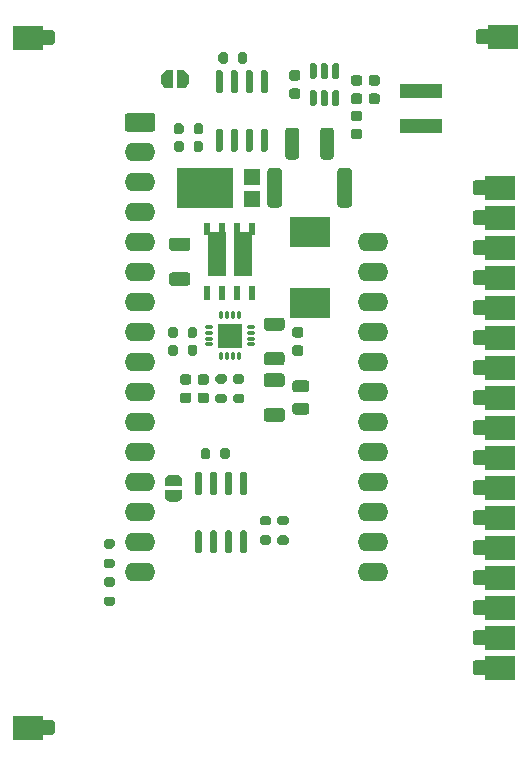
<source format=gts>
G04 #@! TF.GenerationSoftware,KiCad,Pcbnew,9.0.1+1*
G04 #@! TF.CreationDate,2025-11-12T15:35:02+00:00*
G04 #@! TF.ProjectId,mppt-charge,6d707074-2d63-4686-9172-67652e6b6963,0.2*
G04 #@! TF.SameCoordinates,Original*
G04 #@! TF.FileFunction,Soldermask,Top*
G04 #@! TF.FilePolarity,Negative*
%FSLAX46Y46*%
G04 Gerber Fmt 4.6, Leading zero omitted, Abs format (unit mm)*
G04 Created by KiCad (PCBNEW 9.0.1+1) date 2025-11-12 15:35:02*
%MOMM*%
%LPD*%
G01*
G04 APERTURE LIST*
%ADD10R,3.600000X1.150000*%
%ADD11R,2.540000X2.000000*%
%ADD12R,0.610000X1.270000*%
%ADD13R,1.650000X3.810000*%
%ADD14R,0.610000X1.020000*%
%ADD15O,2.600000X1.600000*%
%ADD16R,3.500000X2.500000*%
%ADD17R,4.860000X3.360000*%
%ADD18R,1.400000X1.390000*%
%ADD19O,0.800000X0.280000*%
%ADD20O,0.280000X0.800000*%
%ADD21R,2.140000X2.140000*%
G04 APERTURE END LIST*
G36*
G01*
X105625000Y-98435000D02*
X106125000Y-98435000D01*
G75*
G02*
X106350000Y-98660000I0J-225000D01*
G01*
X106350000Y-99110000D01*
G75*
G02*
X106125000Y-99335000I-225000J0D01*
G01*
X105625000Y-99335000D01*
G75*
G02*
X105400000Y-99110000I0J225000D01*
G01*
X105400000Y-98660000D01*
G75*
G02*
X105625000Y-98435000I225000J0D01*
G01*
G37*
G36*
G01*
X105625000Y-99985000D02*
X106125000Y-99985000D01*
G75*
G02*
X106350000Y-100210000I0J-225000D01*
G01*
X106350000Y-100660000D01*
G75*
G02*
X106125000Y-100885000I-225000J0D01*
G01*
X105625000Y-100885000D01*
G75*
G02*
X105400000Y-100660000I0J225000D01*
G01*
X105400000Y-100210000D01*
G75*
G02*
X105625000Y-99985000I225000J0D01*
G01*
G37*
G36*
G01*
X111300000Y-84085000D02*
X111300000Y-81235000D01*
G75*
G02*
X111550000Y-80985000I250000J0D01*
G01*
X112275000Y-80985000D01*
G75*
G02*
X112525000Y-81235000I0J-250000D01*
G01*
X112525000Y-84085000D01*
G75*
G02*
X112275000Y-84335000I-250000J0D01*
G01*
X111550000Y-84335000D01*
G75*
G02*
X111300000Y-84085000I0J250000D01*
G01*
G37*
G36*
G01*
X117225000Y-84085000D02*
X117225000Y-81235000D01*
G75*
G02*
X117475000Y-80985000I250000J0D01*
G01*
X118200000Y-80985000D01*
G75*
G02*
X118450000Y-81235000I0J-250000D01*
G01*
X118450000Y-84085000D01*
G75*
G02*
X118200000Y-84335000I-250000J0D01*
G01*
X117475000Y-84335000D01*
G75*
G02*
X117225000Y-84085000I0J250000D01*
G01*
G37*
G36*
X103625000Y-72710000D02*
G01*
X104125000Y-72710000D01*
X104125000Y-72714278D01*
X104190263Y-72714278D01*
X104316342Y-72748060D01*
X104429381Y-72813323D01*
X104521677Y-72905619D01*
X104586940Y-73018658D01*
X104620722Y-73144737D01*
X104620722Y-73210000D01*
X104625000Y-73210000D01*
X104625000Y-73710000D01*
X104620722Y-73710000D01*
X104620722Y-73775263D01*
X104586940Y-73901342D01*
X104521677Y-74014381D01*
X104429381Y-74106677D01*
X104316342Y-74171940D01*
X104190263Y-74205722D01*
X104125000Y-74205722D01*
X104125000Y-74210000D01*
X103625000Y-74210000D01*
X103625000Y-72710000D01*
G37*
G36*
X102825000Y-74205722D02*
G01*
X102759737Y-74205722D01*
X102633658Y-74171940D01*
X102520619Y-74106677D01*
X102428323Y-74014381D01*
X102363060Y-73901342D01*
X102329278Y-73775263D01*
X102329278Y-73710000D01*
X102325000Y-73710000D01*
X102325000Y-73210000D01*
X102329278Y-73210000D01*
X102329278Y-73144737D01*
X102363060Y-73018658D01*
X102428323Y-72905619D01*
X102520619Y-72813323D01*
X102633658Y-72748060D01*
X102759737Y-72714278D01*
X102825000Y-72714278D01*
X102825000Y-72710000D01*
X103325000Y-72710000D01*
X103325000Y-74210000D01*
X102825000Y-74210000D01*
X102825000Y-74205722D01*
G37*
G36*
G01*
X107370000Y-79610000D02*
X107070000Y-79610000D01*
G75*
G02*
X106920000Y-79460000I0J150000D01*
G01*
X106920000Y-77810000D01*
G75*
G02*
X107070000Y-77660000I150000J0D01*
G01*
X107370000Y-77660000D01*
G75*
G02*
X107520000Y-77810000I0J-150000D01*
G01*
X107520000Y-79460000D01*
G75*
G02*
X107370000Y-79610000I-150000J0D01*
G01*
G37*
G36*
G01*
X108640000Y-79610000D02*
X108340000Y-79610000D01*
G75*
G02*
X108190000Y-79460000I0J150000D01*
G01*
X108190000Y-77810000D01*
G75*
G02*
X108340000Y-77660000I150000J0D01*
G01*
X108640000Y-77660000D01*
G75*
G02*
X108790000Y-77810000I0J-150000D01*
G01*
X108790000Y-79460000D01*
G75*
G02*
X108640000Y-79610000I-150000J0D01*
G01*
G37*
G36*
G01*
X109910000Y-79610000D02*
X109610000Y-79610000D01*
G75*
G02*
X109460000Y-79460000I0J150000D01*
G01*
X109460000Y-77810000D01*
G75*
G02*
X109610000Y-77660000I150000J0D01*
G01*
X109910000Y-77660000D01*
G75*
G02*
X110060000Y-77810000I0J-150000D01*
G01*
X110060000Y-79460000D01*
G75*
G02*
X109910000Y-79610000I-150000J0D01*
G01*
G37*
G36*
G01*
X111180000Y-79610000D02*
X110880000Y-79610000D01*
G75*
G02*
X110730000Y-79460000I0J150000D01*
G01*
X110730000Y-77810000D01*
G75*
G02*
X110880000Y-77660000I150000J0D01*
G01*
X111180000Y-77660000D01*
G75*
G02*
X111330000Y-77810000I0J-150000D01*
G01*
X111330000Y-79460000D01*
G75*
G02*
X111180000Y-79610000I-150000J0D01*
G01*
G37*
G36*
G01*
X111180000Y-74660000D02*
X110880000Y-74660000D01*
G75*
G02*
X110730000Y-74510000I0J150000D01*
G01*
X110730000Y-72860000D01*
G75*
G02*
X110880000Y-72710000I150000J0D01*
G01*
X111180000Y-72710000D01*
G75*
G02*
X111330000Y-72860000I0J-150000D01*
G01*
X111330000Y-74510000D01*
G75*
G02*
X111180000Y-74660000I-150000J0D01*
G01*
G37*
G36*
G01*
X109910000Y-74660000D02*
X109610000Y-74660000D01*
G75*
G02*
X109460000Y-74510000I0J150000D01*
G01*
X109460000Y-72860000D01*
G75*
G02*
X109610000Y-72710000I150000J0D01*
G01*
X109910000Y-72710000D01*
G75*
G02*
X110060000Y-72860000I0J-150000D01*
G01*
X110060000Y-74510000D01*
G75*
G02*
X109910000Y-74660000I-150000J0D01*
G01*
G37*
G36*
G01*
X108640000Y-74660000D02*
X108340000Y-74660000D01*
G75*
G02*
X108190000Y-74510000I0J150000D01*
G01*
X108190000Y-72860000D01*
G75*
G02*
X108340000Y-72710000I150000J0D01*
G01*
X108640000Y-72710000D01*
G75*
G02*
X108790000Y-72860000I0J-150000D01*
G01*
X108790000Y-74510000D01*
G75*
G02*
X108640000Y-74660000I-150000J0D01*
G01*
G37*
G36*
G01*
X107370000Y-74660000D02*
X107070000Y-74660000D01*
G75*
G02*
X106920000Y-74510000I0J150000D01*
G01*
X106920000Y-72860000D01*
G75*
G02*
X107070000Y-72710000I150000J0D01*
G01*
X107370000Y-72710000D01*
G75*
G02*
X107520000Y-72860000I0J-150000D01*
G01*
X107520000Y-74510000D01*
G75*
G02*
X107370000Y-74660000I-150000J0D01*
G01*
G37*
G36*
G01*
X97625000Y-112397500D02*
X98175000Y-112397500D01*
G75*
G02*
X98375000Y-112597500I0J-200000D01*
G01*
X98375000Y-112997500D01*
G75*
G02*
X98175000Y-113197500I-200000J0D01*
G01*
X97625000Y-113197500D01*
G75*
G02*
X97425000Y-112997500I0J200000D01*
G01*
X97425000Y-112597500D01*
G75*
G02*
X97625000Y-112397500I200000J0D01*
G01*
G37*
G36*
G01*
X97625000Y-114047500D02*
X98175000Y-114047500D01*
G75*
G02*
X98375000Y-114247500I0J-200000D01*
G01*
X98375000Y-114647500D01*
G75*
G02*
X98175000Y-114847500I-200000J0D01*
G01*
X97625000Y-114847500D01*
G75*
G02*
X97425000Y-114647500I0J200000D01*
G01*
X97425000Y-114247500D01*
G75*
G02*
X97625000Y-114047500I200000J0D01*
G01*
G37*
G36*
G01*
X97650000Y-115610000D02*
X98200000Y-115610000D01*
G75*
G02*
X98400000Y-115810000I0J-200000D01*
G01*
X98400000Y-116210000D01*
G75*
G02*
X98200000Y-116410000I-200000J0D01*
G01*
X97650000Y-116410000D01*
G75*
G02*
X97450000Y-116210000I0J200000D01*
G01*
X97450000Y-115810000D01*
G75*
G02*
X97650000Y-115610000I200000J0D01*
G01*
G37*
G36*
G01*
X97650000Y-117260000D02*
X98200000Y-117260000D01*
G75*
G02*
X98400000Y-117460000I0J-200000D01*
G01*
X98400000Y-117860000D01*
G75*
G02*
X98200000Y-118060000I-200000J0D01*
G01*
X97650000Y-118060000D01*
G75*
G02*
X97450000Y-117860000I0J200000D01*
G01*
X97450000Y-117460000D01*
G75*
G02*
X97650000Y-117260000I200000J0D01*
G01*
G37*
G36*
G01*
X113875000Y-75135000D02*
X113375000Y-75135000D01*
G75*
G02*
X113150000Y-74910000I0J225000D01*
G01*
X113150000Y-74460000D01*
G75*
G02*
X113375000Y-74235000I225000J0D01*
G01*
X113875000Y-74235000D01*
G75*
G02*
X114100000Y-74460000I0J-225000D01*
G01*
X114100000Y-74910000D01*
G75*
G02*
X113875000Y-75135000I-225000J0D01*
G01*
G37*
G36*
G01*
X113875000Y-73585000D02*
X113375000Y-73585000D01*
G75*
G02*
X113150000Y-73360000I0J225000D01*
G01*
X113150000Y-72910000D01*
G75*
G02*
X113375000Y-72685000I225000J0D01*
G01*
X113875000Y-72685000D01*
G75*
G02*
X114100000Y-72910000I0J-225000D01*
G01*
X114100000Y-73360000D01*
G75*
G02*
X113875000Y-73585000I-225000J0D01*
G01*
G37*
D10*
X124275000Y-77385000D03*
X124275000Y-74435000D03*
D11*
X91000000Y-69930000D03*
G36*
G01*
X93325000Y-69555000D02*
X93325000Y-70305000D01*
G75*
G02*
X93075000Y-70555000I-250000J0D01*
G01*
X92325000Y-70555000D01*
G75*
G02*
X92075000Y-70305000I0J250000D01*
G01*
X92075000Y-69555000D01*
G75*
G02*
X92325000Y-69305000I250000J0D01*
G01*
X93075000Y-69305000D01*
G75*
G02*
X93325000Y-69555000I0J-250000D01*
G01*
G37*
G36*
G01*
X128925000Y-70235000D02*
X128925000Y-69485000D01*
G75*
G02*
X129175000Y-69235000I250000J0D01*
G01*
X129925000Y-69235000D01*
G75*
G02*
X130175000Y-69485000I0J-250000D01*
G01*
X130175000Y-70235000D01*
G75*
G02*
X129925000Y-70485000I-250000J0D01*
G01*
X129175000Y-70485000D01*
G75*
G02*
X128925000Y-70235000I0J250000D01*
G01*
G37*
X131250000Y-69860000D03*
X91000000Y-128350000D03*
G36*
G01*
X93325000Y-127975000D02*
X93325000Y-128725000D01*
G75*
G02*
X93075000Y-128975000I-250000J0D01*
G01*
X92325000Y-128975000D01*
G75*
G02*
X92075000Y-128725000I0J250000D01*
G01*
X92075000Y-127975000D01*
G75*
G02*
X92325000Y-127725000I250000J0D01*
G01*
X93075000Y-127725000D01*
G75*
G02*
X93325000Y-127975000I0J-250000D01*
G01*
G37*
G36*
G01*
X129925000Y-82255000D02*
X129925000Y-83005000D01*
G75*
G02*
X129675000Y-83255000I-250000J0D01*
G01*
X128925000Y-83255000D01*
G75*
G02*
X128675000Y-83005000I0J250000D01*
G01*
X128675000Y-82255000D01*
G75*
G02*
X128925000Y-82005000I250000J0D01*
G01*
X129675000Y-82005000D01*
G75*
G02*
X129925000Y-82255000I0J-250000D01*
G01*
G37*
X131000000Y-82630000D03*
G36*
G01*
X129925000Y-84795000D02*
X129925000Y-85545000D01*
G75*
G02*
X129675000Y-85795000I-250000J0D01*
G01*
X128925000Y-85795000D01*
G75*
G02*
X128675000Y-85545000I0J250000D01*
G01*
X128675000Y-84795000D01*
G75*
G02*
X128925000Y-84545000I250000J0D01*
G01*
X129675000Y-84545000D01*
G75*
G02*
X129925000Y-84795000I0J-250000D01*
G01*
G37*
X131000000Y-85170000D03*
G36*
G01*
X129925000Y-87335000D02*
X129925000Y-88085000D01*
G75*
G02*
X129675000Y-88335000I-250000J0D01*
G01*
X128925000Y-88335000D01*
G75*
G02*
X128675000Y-88085000I0J250000D01*
G01*
X128675000Y-87335000D01*
G75*
G02*
X128925000Y-87085000I250000J0D01*
G01*
X129675000Y-87085000D01*
G75*
G02*
X129925000Y-87335000I0J-250000D01*
G01*
G37*
X131000000Y-87710000D03*
G36*
G01*
X129925000Y-89875000D02*
X129925000Y-90625000D01*
G75*
G02*
X129675000Y-90875000I-250000J0D01*
G01*
X128925000Y-90875000D01*
G75*
G02*
X128675000Y-90625000I0J250000D01*
G01*
X128675000Y-89875000D01*
G75*
G02*
X128925000Y-89625000I250000J0D01*
G01*
X129675000Y-89625000D01*
G75*
G02*
X129925000Y-89875000I0J-250000D01*
G01*
G37*
X131000000Y-90250000D03*
G36*
G01*
X129925000Y-92415000D02*
X129925000Y-93165000D01*
G75*
G02*
X129675000Y-93415000I-250000J0D01*
G01*
X128925000Y-93415000D01*
G75*
G02*
X128675000Y-93165000I0J250000D01*
G01*
X128675000Y-92415000D01*
G75*
G02*
X128925000Y-92165000I250000J0D01*
G01*
X129675000Y-92165000D01*
G75*
G02*
X129925000Y-92415000I0J-250000D01*
G01*
G37*
X131000000Y-92790000D03*
G36*
G01*
X129925000Y-94955000D02*
X129925000Y-95705000D01*
G75*
G02*
X129675000Y-95955000I-250000J0D01*
G01*
X128925000Y-95955000D01*
G75*
G02*
X128675000Y-95705000I0J250000D01*
G01*
X128675000Y-94955000D01*
G75*
G02*
X128925000Y-94705000I250000J0D01*
G01*
X129675000Y-94705000D01*
G75*
G02*
X129925000Y-94955000I0J-250000D01*
G01*
G37*
X131000000Y-95330000D03*
G36*
G01*
X129925000Y-97495000D02*
X129925000Y-98245000D01*
G75*
G02*
X129675000Y-98495000I-250000J0D01*
G01*
X128925000Y-98495000D01*
G75*
G02*
X128675000Y-98245000I0J250000D01*
G01*
X128675000Y-97495000D01*
G75*
G02*
X128925000Y-97245000I250000J0D01*
G01*
X129675000Y-97245000D01*
G75*
G02*
X129925000Y-97495000I0J-250000D01*
G01*
G37*
X131000000Y-97870000D03*
G36*
G01*
X129925000Y-100035000D02*
X129925000Y-100785000D01*
G75*
G02*
X129675000Y-101035000I-250000J0D01*
G01*
X128925000Y-101035000D01*
G75*
G02*
X128675000Y-100785000I0J250000D01*
G01*
X128675000Y-100035000D01*
G75*
G02*
X128925000Y-99785000I250000J0D01*
G01*
X129675000Y-99785000D01*
G75*
G02*
X129925000Y-100035000I0J-250000D01*
G01*
G37*
X131000000Y-100410000D03*
G36*
G01*
X129925000Y-102575000D02*
X129925000Y-103325000D01*
G75*
G02*
X129675000Y-103575000I-250000J0D01*
G01*
X128925000Y-103575000D01*
G75*
G02*
X128675000Y-103325000I0J250000D01*
G01*
X128675000Y-102575000D01*
G75*
G02*
X128925000Y-102325000I250000J0D01*
G01*
X129675000Y-102325000D01*
G75*
G02*
X129925000Y-102575000I0J-250000D01*
G01*
G37*
X131000000Y-102950000D03*
G36*
G01*
X129925000Y-105115000D02*
X129925000Y-105865000D01*
G75*
G02*
X129675000Y-106115000I-250000J0D01*
G01*
X128925000Y-106115000D01*
G75*
G02*
X128675000Y-105865000I0J250000D01*
G01*
X128675000Y-105115000D01*
G75*
G02*
X128925000Y-104865000I250000J0D01*
G01*
X129675000Y-104865000D01*
G75*
G02*
X129925000Y-105115000I0J-250000D01*
G01*
G37*
X131000000Y-105490000D03*
G36*
G01*
X129925000Y-107655000D02*
X129925000Y-108405000D01*
G75*
G02*
X129675000Y-108655000I-250000J0D01*
G01*
X128925000Y-108655000D01*
G75*
G02*
X128675000Y-108405000I0J250000D01*
G01*
X128675000Y-107655000D01*
G75*
G02*
X128925000Y-107405000I250000J0D01*
G01*
X129675000Y-107405000D01*
G75*
G02*
X129925000Y-107655000I0J-250000D01*
G01*
G37*
X131000000Y-108030000D03*
G36*
G01*
X129925000Y-110195000D02*
X129925000Y-110945000D01*
G75*
G02*
X129675000Y-111195000I-250000J0D01*
G01*
X128925000Y-111195000D01*
G75*
G02*
X128675000Y-110945000I0J250000D01*
G01*
X128675000Y-110195000D01*
G75*
G02*
X128925000Y-109945000I250000J0D01*
G01*
X129675000Y-109945000D01*
G75*
G02*
X129925000Y-110195000I0J-250000D01*
G01*
G37*
X131000000Y-110570000D03*
G36*
G01*
X129925000Y-112735000D02*
X129925000Y-113485000D01*
G75*
G02*
X129675000Y-113735000I-250000J0D01*
G01*
X128925000Y-113735000D01*
G75*
G02*
X128675000Y-113485000I0J250000D01*
G01*
X128675000Y-112735000D01*
G75*
G02*
X128925000Y-112485000I250000J0D01*
G01*
X129675000Y-112485000D01*
G75*
G02*
X129925000Y-112735000I0J-250000D01*
G01*
G37*
X131000000Y-113110000D03*
G36*
G01*
X129925000Y-115275000D02*
X129925000Y-116025000D01*
G75*
G02*
X129675000Y-116275000I-250000J0D01*
G01*
X128925000Y-116275000D01*
G75*
G02*
X128675000Y-116025000I0J250000D01*
G01*
X128675000Y-115275000D01*
G75*
G02*
X128925000Y-115025000I250000J0D01*
G01*
X129675000Y-115025000D01*
G75*
G02*
X129925000Y-115275000I0J-250000D01*
G01*
G37*
X131000000Y-115650000D03*
G36*
G01*
X129925000Y-117815000D02*
X129925000Y-118565000D01*
G75*
G02*
X129675000Y-118815000I-250000J0D01*
G01*
X128925000Y-118815000D01*
G75*
G02*
X128675000Y-118565000I0J250000D01*
G01*
X128675000Y-117815000D01*
G75*
G02*
X128925000Y-117565000I250000J0D01*
G01*
X129675000Y-117565000D01*
G75*
G02*
X129925000Y-117815000I0J-250000D01*
G01*
G37*
X131000000Y-118190000D03*
G36*
G01*
X129925000Y-120355000D02*
X129925000Y-121105000D01*
G75*
G02*
X129675000Y-121355000I-250000J0D01*
G01*
X128925000Y-121355000D01*
G75*
G02*
X128675000Y-121105000I0J250000D01*
G01*
X128675000Y-120355000D01*
G75*
G02*
X128925000Y-120105000I250000J0D01*
G01*
X129675000Y-120105000D01*
G75*
G02*
X129925000Y-120355000I0J-250000D01*
G01*
G37*
X131000000Y-120730000D03*
G36*
G01*
X129925000Y-122895000D02*
X129925000Y-123645000D01*
G75*
G02*
X129675000Y-123895000I-250000J0D01*
G01*
X128925000Y-123895000D01*
G75*
G02*
X128675000Y-123645000I0J250000D01*
G01*
X128675000Y-122895000D01*
G75*
G02*
X128925000Y-122645000I250000J0D01*
G01*
X129675000Y-122645000D01*
G75*
G02*
X129925000Y-122895000I0J-250000D01*
G01*
G37*
X131000000Y-123270000D03*
G36*
G01*
X112525000Y-102460000D02*
X111225000Y-102460000D01*
G75*
G02*
X110975000Y-102210000I0J250000D01*
G01*
X110975000Y-101560000D01*
G75*
G02*
X111225000Y-101310000I250000J0D01*
G01*
X112525000Y-101310000D01*
G75*
G02*
X112775000Y-101560000I0J-250000D01*
G01*
X112775000Y-102210000D01*
G75*
G02*
X112525000Y-102460000I-250000J0D01*
G01*
G37*
G36*
G01*
X112525000Y-99510000D02*
X111225000Y-99510000D01*
G75*
G02*
X110975000Y-99260000I0J250000D01*
G01*
X110975000Y-98610000D01*
G75*
G02*
X111225000Y-98360000I250000J0D01*
G01*
X112525000Y-98360000D01*
G75*
G02*
X112775000Y-98610000I0J-250000D01*
G01*
X112775000Y-99260000D01*
G75*
G02*
X112525000Y-99510000I-250000J0D01*
G01*
G37*
G36*
G01*
X102900000Y-95185000D02*
X102900000Y-94635000D01*
G75*
G02*
X103100000Y-94435000I200000J0D01*
G01*
X103500000Y-94435000D01*
G75*
G02*
X103700000Y-94635000I0J-200000D01*
G01*
X103700000Y-95185000D01*
G75*
G02*
X103500000Y-95385000I-200000J0D01*
G01*
X103100000Y-95385000D01*
G75*
G02*
X102900000Y-95185000I0J200000D01*
G01*
G37*
G36*
G01*
X104550000Y-95185000D02*
X104550000Y-94635000D01*
G75*
G02*
X104750000Y-94435000I200000J0D01*
G01*
X105150000Y-94435000D01*
G75*
G02*
X105350000Y-94635000I0J-200000D01*
G01*
X105350000Y-95185000D01*
G75*
G02*
X105150000Y-95385000I-200000J0D01*
G01*
X104750000Y-95385000D01*
G75*
G02*
X104550000Y-95185000I0J200000D01*
G01*
G37*
G36*
G01*
X105620000Y-113610000D02*
X105320000Y-113610000D01*
G75*
G02*
X105170000Y-113460000I0J150000D01*
G01*
X105170000Y-111810000D01*
G75*
G02*
X105320000Y-111660000I150000J0D01*
G01*
X105620000Y-111660000D01*
G75*
G02*
X105770000Y-111810000I0J-150000D01*
G01*
X105770000Y-113460000D01*
G75*
G02*
X105620000Y-113610000I-150000J0D01*
G01*
G37*
G36*
G01*
X106890000Y-113610000D02*
X106590000Y-113610000D01*
G75*
G02*
X106440000Y-113460000I0J150000D01*
G01*
X106440000Y-111810000D01*
G75*
G02*
X106590000Y-111660000I150000J0D01*
G01*
X106890000Y-111660000D01*
G75*
G02*
X107040000Y-111810000I0J-150000D01*
G01*
X107040000Y-113460000D01*
G75*
G02*
X106890000Y-113610000I-150000J0D01*
G01*
G37*
G36*
G01*
X108160000Y-113610000D02*
X107860000Y-113610000D01*
G75*
G02*
X107710000Y-113460000I0J150000D01*
G01*
X107710000Y-111810000D01*
G75*
G02*
X107860000Y-111660000I150000J0D01*
G01*
X108160000Y-111660000D01*
G75*
G02*
X108310000Y-111810000I0J-150000D01*
G01*
X108310000Y-113460000D01*
G75*
G02*
X108160000Y-113610000I-150000J0D01*
G01*
G37*
G36*
G01*
X109430000Y-113610000D02*
X109130000Y-113610000D01*
G75*
G02*
X108980000Y-113460000I0J150000D01*
G01*
X108980000Y-111810000D01*
G75*
G02*
X109130000Y-111660000I150000J0D01*
G01*
X109430000Y-111660000D01*
G75*
G02*
X109580000Y-111810000I0J-150000D01*
G01*
X109580000Y-113460000D01*
G75*
G02*
X109430000Y-113610000I-150000J0D01*
G01*
G37*
G36*
G01*
X109430000Y-108660000D02*
X109130000Y-108660000D01*
G75*
G02*
X108980000Y-108510000I0J150000D01*
G01*
X108980000Y-106860000D01*
G75*
G02*
X109130000Y-106710000I150000J0D01*
G01*
X109430000Y-106710000D01*
G75*
G02*
X109580000Y-106860000I0J-150000D01*
G01*
X109580000Y-108510000D01*
G75*
G02*
X109430000Y-108660000I-150000J0D01*
G01*
G37*
G36*
G01*
X108160000Y-108660000D02*
X107860000Y-108660000D01*
G75*
G02*
X107710000Y-108510000I0J150000D01*
G01*
X107710000Y-106860000D01*
G75*
G02*
X107860000Y-106710000I150000J0D01*
G01*
X108160000Y-106710000D01*
G75*
G02*
X108310000Y-106860000I0J-150000D01*
G01*
X108310000Y-108510000D01*
G75*
G02*
X108160000Y-108660000I-150000J0D01*
G01*
G37*
G36*
G01*
X106890000Y-108660000D02*
X106590000Y-108660000D01*
G75*
G02*
X106440000Y-108510000I0J150000D01*
G01*
X106440000Y-106860000D01*
G75*
G02*
X106590000Y-106710000I150000J0D01*
G01*
X106890000Y-106710000D01*
G75*
G02*
X107040000Y-106860000I0J-150000D01*
G01*
X107040000Y-108510000D01*
G75*
G02*
X106890000Y-108660000I-150000J0D01*
G01*
G37*
G36*
G01*
X105620000Y-108660000D02*
X105320000Y-108660000D01*
G75*
G02*
X105170000Y-108510000I0J150000D01*
G01*
X105170000Y-106860000D01*
G75*
G02*
X105320000Y-106710000I150000J0D01*
G01*
X105620000Y-106710000D01*
G75*
G02*
X105770000Y-106860000I0J-150000D01*
G01*
X105770000Y-108510000D01*
G75*
G02*
X105620000Y-108660000I-150000J0D01*
G01*
G37*
G36*
G01*
X104125000Y-98435000D02*
X104625000Y-98435000D01*
G75*
G02*
X104850000Y-98660000I0J-225000D01*
G01*
X104850000Y-99110000D01*
G75*
G02*
X104625000Y-99335000I-225000J0D01*
G01*
X104125000Y-99335000D01*
G75*
G02*
X103900000Y-99110000I0J225000D01*
G01*
X103900000Y-98660000D01*
G75*
G02*
X104125000Y-98435000I225000J0D01*
G01*
G37*
G36*
G01*
X104125000Y-99985000D02*
X104625000Y-99985000D01*
G75*
G02*
X104850000Y-100210000I0J-225000D01*
G01*
X104850000Y-100660000D01*
G75*
G02*
X104625000Y-100885000I-225000J0D01*
G01*
X104125000Y-100885000D01*
G75*
G02*
X103900000Y-100660000I0J225000D01*
G01*
X103900000Y-100210000D01*
G75*
G02*
X104125000Y-99985000I225000J0D01*
G01*
G37*
G36*
G01*
X105850000Y-78885000D02*
X105850000Y-79435000D01*
G75*
G02*
X105650000Y-79635000I-200000J0D01*
G01*
X105250000Y-79635000D01*
G75*
G02*
X105050000Y-79435000I0J200000D01*
G01*
X105050000Y-78885000D01*
G75*
G02*
X105250000Y-78685000I200000J0D01*
G01*
X105650000Y-78685000D01*
G75*
G02*
X105850000Y-78885000I0J-200000D01*
G01*
G37*
G36*
G01*
X104200000Y-78885000D02*
X104200000Y-79435000D01*
G75*
G02*
X104000000Y-79635000I-200000J0D01*
G01*
X103600000Y-79635000D01*
G75*
G02*
X103400000Y-79435000I0J200000D01*
G01*
X103400000Y-78885000D01*
G75*
G02*
X103600000Y-78685000I200000J0D01*
G01*
X104000000Y-78685000D01*
G75*
G02*
X104200000Y-78885000I0J-200000D01*
G01*
G37*
G36*
G01*
X116925000Y-77810000D02*
X116925000Y-80010000D01*
G75*
G02*
X116675000Y-80260000I-250000J0D01*
G01*
X116025000Y-80260000D01*
G75*
G02*
X115775000Y-80010000I0J250000D01*
G01*
X115775000Y-77810000D01*
G75*
G02*
X116025000Y-77560000I250000J0D01*
G01*
X116675000Y-77560000D01*
G75*
G02*
X116925000Y-77810000I0J-250000D01*
G01*
G37*
G36*
G01*
X113975000Y-77810000D02*
X113975000Y-80010000D01*
G75*
G02*
X113725000Y-80260000I-250000J0D01*
G01*
X113075000Y-80260000D01*
G75*
G02*
X112825000Y-80010000I0J250000D01*
G01*
X112825000Y-77810000D01*
G75*
G02*
X113075000Y-77560000I250000J0D01*
G01*
X113725000Y-77560000D01*
G75*
G02*
X113975000Y-77810000I0J-250000D01*
G01*
G37*
D12*
X106220000Y-91580000D03*
X107490000Y-91580000D03*
X108760000Y-91580000D03*
X110030000Y-91580000D03*
D13*
X109255000Y-88220000D03*
D14*
X110030000Y-86115000D03*
X108760000Y-86115000D03*
X107490000Y-86115000D03*
D13*
X106995000Y-88220000D03*
D14*
X106220000Y-86115000D03*
G36*
G01*
X108600000Y-98435000D02*
X109150000Y-98435000D01*
G75*
G02*
X109350000Y-98635000I0J-200000D01*
G01*
X109350000Y-99035000D01*
G75*
G02*
X109150000Y-99235000I-200000J0D01*
G01*
X108600000Y-99235000D01*
G75*
G02*
X108400000Y-99035000I0J200000D01*
G01*
X108400000Y-98635000D01*
G75*
G02*
X108600000Y-98435000I200000J0D01*
G01*
G37*
G36*
G01*
X108600000Y-100085000D02*
X109150000Y-100085000D01*
G75*
G02*
X109350000Y-100285000I0J-200000D01*
G01*
X109350000Y-100685000D01*
G75*
G02*
X109150000Y-100885000I-200000J0D01*
G01*
X108600000Y-100885000D01*
G75*
G02*
X108400000Y-100685000I0J200000D01*
G01*
X108400000Y-100285000D01*
G75*
G02*
X108600000Y-100085000I200000J0D01*
G01*
G37*
G36*
X104100000Y-108235000D02*
G01*
X104100000Y-108735000D01*
X104095722Y-108735000D01*
X104095722Y-108800263D01*
X104061940Y-108926342D01*
X103996677Y-109039381D01*
X103904381Y-109131677D01*
X103791342Y-109196940D01*
X103665263Y-109230722D01*
X103600000Y-109230722D01*
X103600000Y-109235000D01*
X103100000Y-109235000D01*
X103100000Y-109230722D01*
X103034737Y-109230722D01*
X102908658Y-109196940D01*
X102795619Y-109131677D01*
X102703323Y-109039381D01*
X102638060Y-108926342D01*
X102604278Y-108800263D01*
X102604278Y-108735000D01*
X102600000Y-108735000D01*
X102600000Y-108235000D01*
X104100000Y-108235000D01*
G37*
G36*
X102604278Y-107435000D02*
G01*
X102604278Y-107369737D01*
X102638060Y-107243658D01*
X102703323Y-107130619D01*
X102795619Y-107038323D01*
X102908658Y-106973060D01*
X103034737Y-106939278D01*
X103100000Y-106939278D01*
X103100000Y-106935000D01*
X103600000Y-106935000D01*
X103600000Y-106939278D01*
X103665263Y-106939278D01*
X103791342Y-106973060D01*
X103904381Y-107038323D01*
X103996677Y-107130619D01*
X104061940Y-107243658D01*
X104095722Y-107369737D01*
X104095722Y-107435000D01*
X104100000Y-107435000D01*
X104100000Y-107935000D01*
X102600000Y-107935000D01*
X102600000Y-107435000D01*
X102604278Y-107435000D01*
G37*
G36*
G01*
X109600000Y-71385000D02*
X109600000Y-71935000D01*
G75*
G02*
X109400000Y-72135000I-200000J0D01*
G01*
X109000000Y-72135000D01*
G75*
G02*
X108800000Y-71935000I0J200000D01*
G01*
X108800000Y-71385000D01*
G75*
G02*
X109000000Y-71185000I200000J0D01*
G01*
X109400000Y-71185000D01*
G75*
G02*
X109600000Y-71385000I0J-200000D01*
G01*
G37*
G36*
G01*
X107950000Y-71385000D02*
X107950000Y-71935000D01*
G75*
G02*
X107750000Y-72135000I-200000J0D01*
G01*
X107350000Y-72135000D01*
G75*
G02*
X107150000Y-71935000I0J200000D01*
G01*
X107150000Y-71385000D01*
G75*
G02*
X107350000Y-71185000I200000J0D01*
G01*
X107750000Y-71185000D01*
G75*
G02*
X107950000Y-71385000I0J-200000D01*
G01*
G37*
G36*
G01*
X112500000Y-97685000D02*
X111250000Y-97685000D01*
G75*
G02*
X111000000Y-97435000I0J250000D01*
G01*
X111000000Y-96810000D01*
G75*
G02*
X111250000Y-96560000I250000J0D01*
G01*
X112500000Y-96560000D01*
G75*
G02*
X112750000Y-96810000I0J-250000D01*
G01*
X112750000Y-97435000D01*
G75*
G02*
X112500000Y-97685000I-250000J0D01*
G01*
G37*
G36*
G01*
X112500000Y-94760000D02*
X111250000Y-94760000D01*
G75*
G02*
X111000000Y-94510000I0J250000D01*
G01*
X111000000Y-93885000D01*
G75*
G02*
X111250000Y-93635000I250000J0D01*
G01*
X112500000Y-93635000D01*
G75*
G02*
X112750000Y-93885000I0J-250000D01*
G01*
X112750000Y-94510000D01*
G75*
G02*
X112500000Y-94760000I-250000J0D01*
G01*
G37*
G36*
G01*
X116925000Y-72110000D02*
X117225000Y-72110000D01*
G75*
G02*
X117375000Y-72260000I0J-150000D01*
G01*
X117375000Y-73285000D01*
G75*
G02*
X117225000Y-73435000I-150000J0D01*
G01*
X116925000Y-73435000D01*
G75*
G02*
X116775000Y-73285000I0J150000D01*
G01*
X116775000Y-72260000D01*
G75*
G02*
X116925000Y-72110000I150000J0D01*
G01*
G37*
G36*
G01*
X115975000Y-72110000D02*
X116275000Y-72110000D01*
G75*
G02*
X116425000Y-72260000I0J-150000D01*
G01*
X116425000Y-73285000D01*
G75*
G02*
X116275000Y-73435000I-150000J0D01*
G01*
X115975000Y-73435000D01*
G75*
G02*
X115825000Y-73285000I0J150000D01*
G01*
X115825000Y-72260000D01*
G75*
G02*
X115975000Y-72110000I150000J0D01*
G01*
G37*
G36*
G01*
X115025000Y-72110000D02*
X115325000Y-72110000D01*
G75*
G02*
X115475000Y-72260000I0J-150000D01*
G01*
X115475000Y-73285000D01*
G75*
G02*
X115325000Y-73435000I-150000J0D01*
G01*
X115025000Y-73435000D01*
G75*
G02*
X114875000Y-73285000I0J150000D01*
G01*
X114875000Y-72260000D01*
G75*
G02*
X115025000Y-72110000I150000J0D01*
G01*
G37*
G36*
G01*
X115025000Y-74385000D02*
X115325000Y-74385000D01*
G75*
G02*
X115475000Y-74535000I0J-150000D01*
G01*
X115475000Y-75560000D01*
G75*
G02*
X115325000Y-75710000I-150000J0D01*
G01*
X115025000Y-75710000D01*
G75*
G02*
X114875000Y-75560000I0J150000D01*
G01*
X114875000Y-74535000D01*
G75*
G02*
X115025000Y-74385000I150000J0D01*
G01*
G37*
G36*
G01*
X115975000Y-74385000D02*
X116275000Y-74385000D01*
G75*
G02*
X116425000Y-74535000I0J-150000D01*
G01*
X116425000Y-75560000D01*
G75*
G02*
X116275000Y-75710000I-150000J0D01*
G01*
X115975000Y-75710000D01*
G75*
G02*
X115825000Y-75560000I0J150000D01*
G01*
X115825000Y-74535000D01*
G75*
G02*
X115975000Y-74385000I150000J0D01*
G01*
G37*
G36*
G01*
X116925000Y-74385000D02*
X117225000Y-74385000D01*
G75*
G02*
X117375000Y-74535000I0J-150000D01*
G01*
X117375000Y-75560000D01*
G75*
G02*
X117225000Y-75710000I-150000J0D01*
G01*
X116925000Y-75710000D01*
G75*
G02*
X116775000Y-75560000I0J150000D01*
G01*
X116775000Y-74535000D01*
G75*
G02*
X116925000Y-74385000I150000J0D01*
G01*
G37*
G36*
G01*
X99215000Y-77670000D02*
X99215000Y-76570000D01*
G75*
G02*
X99465000Y-76320000I250000J0D01*
G01*
X101565000Y-76320000D01*
G75*
G02*
X101815000Y-76570000I0J-250000D01*
G01*
X101815000Y-77670000D01*
G75*
G02*
X101565000Y-77920000I-250000J0D01*
G01*
X99465000Y-77920000D01*
G75*
G02*
X99215000Y-77670000I0J250000D01*
G01*
G37*
D15*
X100515000Y-79660000D03*
X100515000Y-82200000D03*
X100515000Y-84740000D03*
X100515000Y-87280000D03*
X100515000Y-89820000D03*
X100515000Y-92360000D03*
X100515000Y-94900000D03*
X100515000Y-97440000D03*
X100515000Y-99980000D03*
X100515000Y-102520000D03*
X100515000Y-105060000D03*
X100515000Y-107600000D03*
X100515000Y-110140000D03*
X100515000Y-112680000D03*
X100515000Y-115220000D03*
X120235000Y-115220000D03*
X120235000Y-112680000D03*
X120235000Y-110140000D03*
X120235000Y-107600000D03*
X120235000Y-105060000D03*
X120235000Y-102520000D03*
X120235000Y-99980000D03*
X120235000Y-97440000D03*
X120235000Y-94900000D03*
X120235000Y-92360000D03*
X120235000Y-89820000D03*
X120235000Y-87280000D03*
G36*
G01*
X105350000Y-96135000D02*
X105350000Y-96685000D01*
G75*
G02*
X105150000Y-96885000I-200000J0D01*
G01*
X104750000Y-96885000D01*
G75*
G02*
X104550000Y-96685000I0J200000D01*
G01*
X104550000Y-96135000D01*
G75*
G02*
X104750000Y-95935000I200000J0D01*
G01*
X105150000Y-95935000D01*
G75*
G02*
X105350000Y-96135000I0J-200000D01*
G01*
G37*
G36*
G01*
X103700000Y-96135000D02*
X103700000Y-96685000D01*
G75*
G02*
X103500000Y-96885000I-200000J0D01*
G01*
X103100000Y-96885000D01*
G75*
G02*
X102900000Y-96685000I0J200000D01*
G01*
X102900000Y-96135000D01*
G75*
G02*
X103100000Y-95935000I200000J0D01*
G01*
X103500000Y-95935000D01*
G75*
G02*
X103700000Y-96135000I0J-200000D01*
G01*
G37*
G36*
G01*
X119100000Y-75560000D02*
X118600000Y-75560000D01*
G75*
G02*
X118375000Y-75335000I0J225000D01*
G01*
X118375000Y-74885000D01*
G75*
G02*
X118600000Y-74660000I225000J0D01*
G01*
X119100000Y-74660000D01*
G75*
G02*
X119325000Y-74885000I0J-225000D01*
G01*
X119325000Y-75335000D01*
G75*
G02*
X119100000Y-75560000I-225000J0D01*
G01*
G37*
G36*
G01*
X119100000Y-74010000D02*
X118600000Y-74010000D01*
G75*
G02*
X118375000Y-73785000I0J225000D01*
G01*
X118375000Y-73335000D01*
G75*
G02*
X118600000Y-73110000I225000J0D01*
G01*
X119100000Y-73110000D01*
G75*
G02*
X119325000Y-73335000I0J-225000D01*
G01*
X119325000Y-73785000D01*
G75*
G02*
X119100000Y-74010000I-225000J0D01*
G01*
G37*
D16*
X114875000Y-86410000D03*
X114875000Y-92410000D03*
G36*
G01*
X107650000Y-100885000D02*
X107100000Y-100885000D01*
G75*
G02*
X106900000Y-100685000I0J200000D01*
G01*
X106900000Y-100285000D01*
G75*
G02*
X107100000Y-100085000I200000J0D01*
G01*
X107650000Y-100085000D01*
G75*
G02*
X107850000Y-100285000I0J-200000D01*
G01*
X107850000Y-100685000D01*
G75*
G02*
X107650000Y-100885000I-200000J0D01*
G01*
G37*
G36*
G01*
X107650000Y-99235000D02*
X107100000Y-99235000D01*
G75*
G02*
X106900000Y-99035000I0J200000D01*
G01*
X106900000Y-98635000D01*
G75*
G02*
X107100000Y-98435000I200000J0D01*
G01*
X107650000Y-98435000D01*
G75*
G02*
X107850000Y-98635000I0J-200000D01*
G01*
X107850000Y-99035000D01*
G75*
G02*
X107650000Y-99235000I-200000J0D01*
G01*
G37*
G36*
G01*
X103400000Y-77935000D02*
X103400000Y-77385000D01*
G75*
G02*
X103600000Y-77185000I200000J0D01*
G01*
X104000000Y-77185000D01*
G75*
G02*
X104200000Y-77385000I0J-200000D01*
G01*
X104200000Y-77935000D01*
G75*
G02*
X104000000Y-78135000I-200000J0D01*
G01*
X103600000Y-78135000D01*
G75*
G02*
X103400000Y-77935000I0J200000D01*
G01*
G37*
G36*
G01*
X105050000Y-77935000D02*
X105050000Y-77385000D01*
G75*
G02*
X105250000Y-77185000I200000J0D01*
G01*
X105650000Y-77185000D01*
G75*
G02*
X105850000Y-77385000I0J-200000D01*
G01*
X105850000Y-77935000D01*
G75*
G02*
X105650000Y-78135000I-200000J0D01*
G01*
X105250000Y-78135000D01*
G75*
G02*
X105050000Y-77935000I0J200000D01*
G01*
G37*
G36*
G01*
X119100000Y-78560000D02*
X118600000Y-78560000D01*
G75*
G02*
X118375000Y-78335000I0J225000D01*
G01*
X118375000Y-77885000D01*
G75*
G02*
X118600000Y-77660000I225000J0D01*
G01*
X119100000Y-77660000D01*
G75*
G02*
X119325000Y-77885000I0J-225000D01*
G01*
X119325000Y-78335000D01*
G75*
G02*
X119100000Y-78560000I-225000J0D01*
G01*
G37*
G36*
G01*
X119100000Y-77010000D02*
X118600000Y-77010000D01*
G75*
G02*
X118375000Y-76785000I0J225000D01*
G01*
X118375000Y-76335000D01*
G75*
G02*
X118600000Y-76110000I225000J0D01*
G01*
X119100000Y-76110000D01*
G75*
G02*
X119325000Y-76335000I0J-225000D01*
G01*
X119325000Y-76785000D01*
G75*
G02*
X119100000Y-77010000I-225000J0D01*
G01*
G37*
G36*
G01*
X114600000Y-101860000D02*
X113650000Y-101860000D01*
G75*
G02*
X113400000Y-101610000I0J250000D01*
G01*
X113400000Y-101110000D01*
G75*
G02*
X113650000Y-100860000I250000J0D01*
G01*
X114600000Y-100860000D01*
G75*
G02*
X114850000Y-101110000I0J-250000D01*
G01*
X114850000Y-101610000D01*
G75*
G02*
X114600000Y-101860000I-250000J0D01*
G01*
G37*
G36*
G01*
X114600000Y-99960000D02*
X113650000Y-99960000D01*
G75*
G02*
X113400000Y-99710000I0J250000D01*
G01*
X113400000Y-99210000D01*
G75*
G02*
X113650000Y-98960000I250000J0D01*
G01*
X114600000Y-98960000D01*
G75*
G02*
X114850000Y-99210000I0J-250000D01*
G01*
X114850000Y-99710000D01*
G75*
G02*
X114600000Y-99960000I-250000J0D01*
G01*
G37*
G36*
G01*
X111400000Y-112885000D02*
X110850000Y-112885000D01*
G75*
G02*
X110650000Y-112685000I0J200000D01*
G01*
X110650000Y-112285000D01*
G75*
G02*
X110850000Y-112085000I200000J0D01*
G01*
X111400000Y-112085000D01*
G75*
G02*
X111600000Y-112285000I0J-200000D01*
G01*
X111600000Y-112685000D01*
G75*
G02*
X111400000Y-112885000I-200000J0D01*
G01*
G37*
G36*
G01*
X111400000Y-111235000D02*
X110850000Y-111235000D01*
G75*
G02*
X110650000Y-111035000I0J200000D01*
G01*
X110650000Y-110635000D01*
G75*
G02*
X110850000Y-110435000I200000J0D01*
G01*
X111400000Y-110435000D01*
G75*
G02*
X111600000Y-110635000I0J-200000D01*
G01*
X111600000Y-111035000D01*
G75*
G02*
X111400000Y-111235000I-200000J0D01*
G01*
G37*
G36*
G01*
X112350000Y-110435000D02*
X112900000Y-110435000D01*
G75*
G02*
X113100000Y-110635000I0J-200000D01*
G01*
X113100000Y-111035000D01*
G75*
G02*
X112900000Y-111235000I-200000J0D01*
G01*
X112350000Y-111235000D01*
G75*
G02*
X112150000Y-111035000I0J200000D01*
G01*
X112150000Y-110635000D01*
G75*
G02*
X112350000Y-110435000I200000J0D01*
G01*
G37*
G36*
G01*
X112350000Y-112085000D02*
X112900000Y-112085000D01*
G75*
G02*
X113100000Y-112285000I0J-200000D01*
G01*
X113100000Y-112685000D01*
G75*
G02*
X112900000Y-112885000I-200000J0D01*
G01*
X112350000Y-112885000D01*
G75*
G02*
X112150000Y-112685000I0J200000D01*
G01*
X112150000Y-112285000D01*
G75*
G02*
X112350000Y-112085000I200000J0D01*
G01*
G37*
G36*
G01*
X113625000Y-94435000D02*
X114125000Y-94435000D01*
G75*
G02*
X114350000Y-94660000I0J-225000D01*
G01*
X114350000Y-95110000D01*
G75*
G02*
X114125000Y-95335000I-225000J0D01*
G01*
X113625000Y-95335000D01*
G75*
G02*
X113400000Y-95110000I0J225000D01*
G01*
X113400000Y-94660000D01*
G75*
G02*
X113625000Y-94435000I225000J0D01*
G01*
G37*
G36*
G01*
X113625000Y-95985000D02*
X114125000Y-95985000D01*
G75*
G02*
X114350000Y-96210000I0J-225000D01*
G01*
X114350000Y-96660000D01*
G75*
G02*
X114125000Y-96885000I-225000J0D01*
G01*
X113625000Y-96885000D01*
G75*
G02*
X113400000Y-96660000I0J225000D01*
G01*
X113400000Y-96210000D01*
G75*
G02*
X113625000Y-95985000I225000J0D01*
G01*
G37*
G36*
G01*
X104525000Y-90960000D02*
X103225000Y-90960000D01*
G75*
G02*
X102975000Y-90710000I0J250000D01*
G01*
X102975000Y-90060000D01*
G75*
G02*
X103225000Y-89810000I250000J0D01*
G01*
X104525000Y-89810000D01*
G75*
G02*
X104775000Y-90060000I0J-250000D01*
G01*
X104775000Y-90710000D01*
G75*
G02*
X104525000Y-90960000I-250000J0D01*
G01*
G37*
G36*
G01*
X104525000Y-88010000D02*
X103225000Y-88010000D01*
G75*
G02*
X102975000Y-87760000I0J250000D01*
G01*
X102975000Y-87110000D01*
G75*
G02*
X103225000Y-86860000I250000J0D01*
G01*
X104525000Y-86860000D01*
G75*
G02*
X104775000Y-87110000I0J-250000D01*
G01*
X104775000Y-87760000D01*
G75*
G02*
X104525000Y-88010000I-250000J0D01*
G01*
G37*
G36*
G01*
X108100000Y-104885000D02*
X108100000Y-105435000D01*
G75*
G02*
X107900000Y-105635000I-200000J0D01*
G01*
X107500000Y-105635000D01*
G75*
G02*
X107300000Y-105435000I0J200000D01*
G01*
X107300000Y-104885000D01*
G75*
G02*
X107500000Y-104685000I200000J0D01*
G01*
X107900000Y-104685000D01*
G75*
G02*
X108100000Y-104885000I0J-200000D01*
G01*
G37*
G36*
G01*
X106450000Y-104885000D02*
X106450000Y-105435000D01*
G75*
G02*
X106250000Y-105635000I-200000J0D01*
G01*
X105850000Y-105635000D01*
G75*
G02*
X105650000Y-105435000I0J200000D01*
G01*
X105650000Y-104885000D01*
G75*
G02*
X105850000Y-104685000I200000J0D01*
G01*
X106250000Y-104685000D01*
G75*
G02*
X106450000Y-104885000I0J-200000D01*
G01*
G37*
G36*
G01*
X120600000Y-75560000D02*
X120100000Y-75560000D01*
G75*
G02*
X119875000Y-75335000I0J225000D01*
G01*
X119875000Y-74885000D01*
G75*
G02*
X120100000Y-74660000I225000J0D01*
G01*
X120600000Y-74660000D01*
G75*
G02*
X120825000Y-74885000I0J-225000D01*
G01*
X120825000Y-75335000D01*
G75*
G02*
X120600000Y-75560000I-225000J0D01*
G01*
G37*
G36*
G01*
X120600000Y-74010000D02*
X120100000Y-74010000D01*
G75*
G02*
X119875000Y-73785000I0J225000D01*
G01*
X119875000Y-73335000D01*
G75*
G02*
X120100000Y-73110000I225000J0D01*
G01*
X120600000Y-73110000D01*
G75*
G02*
X120825000Y-73335000I0J-225000D01*
G01*
X120825000Y-73785000D01*
G75*
G02*
X120600000Y-74010000I-225000J0D01*
G01*
G37*
D17*
X106005000Y-82660000D03*
D18*
X109987000Y-81740000D03*
X109987000Y-83580000D03*
D19*
X106375000Y-94410000D03*
X106375000Y-94910000D03*
X106375000Y-95410000D03*
X106375000Y-95910000D03*
D20*
X107375000Y-96910000D03*
X107875000Y-96910000D03*
X108375000Y-96910000D03*
X108875000Y-96910000D03*
D19*
X109875000Y-95910000D03*
X109875000Y-95410000D03*
X109875000Y-94910000D03*
X109875000Y-94410000D03*
D20*
X108875000Y-93410000D03*
X108375000Y-93410000D03*
X107875000Y-93410000D03*
X107375000Y-93410000D03*
D21*
X108125000Y-95160000D03*
M02*

</source>
